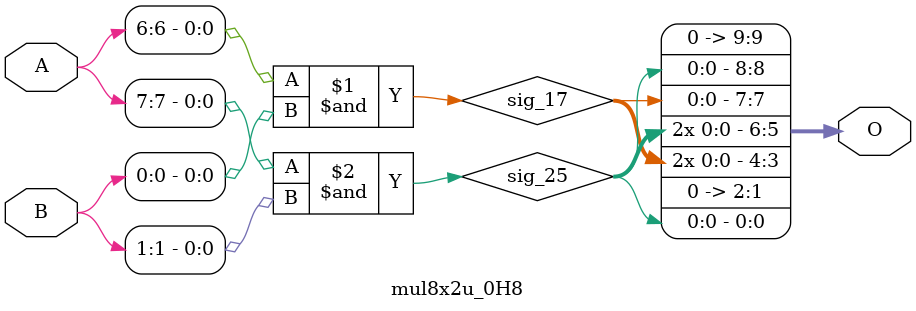
<source format=v>
/***
* This code is a part of EvoApproxLib library (ehw.fit.vutbr.cz/approxlib) distributed under The MIT License.
* When used, please cite the following article(s): V. Mrazek, L. Sekanina, Z. Vasicek "Libraries of Approximate Circuits: Automated Design and Application in CNN Accelerators" IEEE Journal on Emerging and Selected Topics in Circuits and Systems, Vol 10, No 4, 2020 
* This file contains a circuit from a sub-set of pareto optimal circuits with respect to the pwr and mae parameters
***/
// MAE% = 7.50 %
// MAE = 77 
// WCE% = 25.39 %
// WCE = 260 
// WCRE% = 137.50 %
// EP% = 74.71 %
// MRE% = 60.33 %
// MSE = 10903 
// PDK45_PWR = 0.0006 mW
// PDK45_AREA = 4.7 um2
// PDK45_DELAY = 0.04 ns

module mul8x2u_0H8 (
    A,
    B,
    O
);

input [7:0] A;
input [1:0] B;
output [9:0] O;

wire sig_17,sig_25;

assign sig_17 = A[6] & B[0];
assign sig_25 = A[7] & B[1];

assign O[9] = 1'b0;
assign O[8] = sig_25;
assign O[7] = sig_17;
assign O[6] = sig_25;
assign O[5] = sig_25;
assign O[4] = sig_17;
assign O[3] = sig_17;
assign O[2] = 1'b0;
assign O[1] = 1'b0;
assign O[0] = sig_25;

endmodule



</source>
